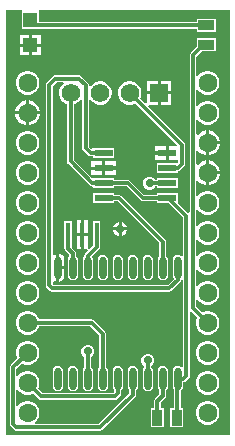
<source format=gbr>
%TF.GenerationSoftware,Altium Limited,Altium Designer,23.7.1 (13)*%
G04 Layer_Physical_Order=1*
G04 Layer_Color=255*
%FSLAX45Y45*%
%MOMM*%
%TF.SameCoordinates,324F84FA-45DE-4E37-BCC6-85F6FB8D9206*%
%TF.FilePolarity,Positive*%
%TF.FileFunction,Copper,L1,Top,Signal*%
%TF.Part,Single*%
G01*
G75*
%TA.AperFunction,SMDPad,CuDef*%
%ADD10R,1.20000X1.20000*%
%ADD11R,1.35000X0.85000*%
%ADD12R,0.85000X1.35000*%
%ADD13R,0.40000X2.00000*%
G04:AMPARAMS|DCode=14|XSize=1.9mm|YSize=0.6mm|CornerRadius=0.3mm|HoleSize=0mm|Usage=FLASHONLY|Rotation=270.000|XOffset=0mm|YOffset=0mm|HoleType=Round|Shape=RoundedRectangle|*
%AMROUNDEDRECTD14*
21,1,1.90000,0.00000,0,0,270.0*
21,1,1.30000,0.60000,0,0,270.0*
1,1,0.60000,0.00000,-0.65000*
1,1,0.60000,0.00000,0.65000*
1,1,0.60000,0.00000,0.65000*
1,1,0.60000,0.00000,-0.65000*
%
%ADD14ROUNDEDRECTD14*%
%ADD15R,1.55000X0.60000*%
%TA.AperFunction,Conductor*%
%ADD16C,0.30480*%
%TA.AperFunction,ComponentPad*%
%ADD17C,1.60000*%
%ADD18R,1.57500X1.57500*%
%ADD19C,1.57500*%
%TA.AperFunction,ViaPad*%
%ADD20C,0.70000*%
G36*
X5650000Y2900000D02*
X3750000D01*
Y6500000D01*
X3886334D01*
X3887300Y6487700D01*
X3887300Y6487300D01*
Y6342300D01*
X4032700D01*
Y6344011D01*
X5369799D01*
Y6317299D01*
X5530199D01*
Y6427699D01*
X5369799D01*
Y6400986D01*
X4032700D01*
Y6487300D01*
X4032700Y6487700D01*
X4033665Y6500000D01*
X5650000D01*
Y2900000D01*
D02*
G37*
%LPC*%
G36*
X4045400Y6290398D02*
X3972700D01*
Y6217697D01*
X4045400D01*
Y6290398D01*
D02*
G37*
G36*
X3947300D02*
X3874600D01*
Y6217697D01*
X3947300D01*
Y6290398D01*
D02*
G37*
G36*
X4045400Y6192297D02*
X3972700D01*
Y6119598D01*
X4045400D01*
Y6192297D01*
D02*
G37*
G36*
X3947300D02*
X3874600D01*
Y6119598D01*
X3947300D01*
Y6192297D01*
D02*
G37*
G36*
X5154153Y5904148D02*
X5062703D01*
Y5812699D01*
X5154153D01*
Y5904148D01*
D02*
G37*
G36*
X5037303D02*
X4945853D01*
Y5812699D01*
X5037303D01*
Y5904148D01*
D02*
G37*
G36*
X3948665Y5984500D02*
X3922335D01*
X3896902Y5977685D01*
X3874099Y5964520D01*
X3855480Y5945901D01*
X3842315Y5923098D01*
X3835500Y5897665D01*
Y5871335D01*
X3842315Y5845902D01*
X3855480Y5823099D01*
X3874099Y5804480D01*
X3896902Y5791315D01*
X3922335Y5784500D01*
X3948665D01*
X3974098Y5791315D01*
X3996901Y5804480D01*
X4015520Y5823099D01*
X4028685Y5845902D01*
X4035500Y5871335D01*
Y5897665D01*
X4028685Y5923098D01*
X4015520Y5945901D01*
X3996901Y5964520D01*
X3974098Y5977685D01*
X3948665Y5984500D01*
D02*
G37*
G36*
X5530199Y6262700D02*
X5369799D01*
Y6192588D01*
X5316396Y6139185D01*
X5310221Y6129943D01*
X5308052Y6119041D01*
X5308053Y6119040D01*
Y4787955D01*
X5295353Y4782695D01*
X5210200Y4867848D01*
Y4952200D01*
X5029800D01*
Y4937987D01*
X4924160D01*
X4805504Y5056644D01*
X4796262Y5062819D01*
X4785360Y5064988D01*
X4785359Y5064987D01*
X4670201D01*
Y5079200D01*
X4489801D01*
Y5079200D01*
X4482760Y5076284D01*
X4328489Y5230555D01*
Y5705398D01*
X4338118Y5707978D01*
X4360635Y5720979D01*
X4379021Y5739365D01*
X4386033Y5751509D01*
X4398733Y5748106D01*
Y5333681D01*
X4398732Y5333680D01*
X4400901Y5322778D01*
X4407076Y5313536D01*
X4450256Y5270357D01*
X4450256Y5270356D01*
X4459498Y5264181D01*
X4470400Y5262013D01*
X4489801D01*
Y5247800D01*
X4670201D01*
Y5333200D01*
X4489801D01*
Y5329347D01*
X4477101Y5324086D01*
X4455707Y5345480D01*
Y5740415D01*
X4468407Y5743819D01*
X4470979Y5739365D01*
X4489365Y5720979D01*
X4511883Y5707978D01*
X4536998Y5701249D01*
X4562999D01*
X4588115Y5707978D01*
X4610632Y5720979D01*
X4629018Y5739365D01*
X4642019Y5761883D01*
X4648748Y5786998D01*
Y5812999D01*
X4642019Y5838115D01*
X4629018Y5860632D01*
X4610632Y5879018D01*
X4588115Y5892019D01*
X4562999Y5898748D01*
X4536998D01*
X4511883Y5892019D01*
X4489365Y5879018D01*
X4470979Y5860632D01*
X4468407Y5856179D01*
X4455707Y5859582D01*
Y5862319D01*
X4455708Y5862320D01*
X4453539Y5873222D01*
X4447364Y5882464D01*
X4447363Y5882464D01*
X4388944Y5940884D01*
X4379702Y5947059D01*
X4368800Y5949228D01*
X4368799Y5949227D01*
X4170740D01*
X4159838Y5947059D01*
X4150596Y5940884D01*
X4150596Y5940883D01*
X4099736Y5890024D01*
X4093561Y5880782D01*
X4091392Y5869880D01*
X4091393Y5869879D01*
Y4170681D01*
X4091392Y4170680D01*
X4093561Y4159778D01*
X4099736Y4150536D01*
X4125136Y4125137D01*
X4125136Y4125136D01*
X4134378Y4118961D01*
X4145280Y4116793D01*
X5136879D01*
X5136881Y4116792D01*
X5147782Y4118961D01*
X5157024Y4125136D01*
X5228144Y4196256D01*
X5228144Y4196256D01*
X5234320Y4205498D01*
X5235828Y4213079D01*
X5239473Y4216244D01*
X5250193Y4211883D01*
X5252173Y4209681D01*
Y3478607D01*
X5239473Y3474755D01*
X5238786Y3475783D01*
X5224661Y3485221D01*
X5208001Y3488535D01*
X5191340Y3485221D01*
X5177216Y3475783D01*
X5167778Y3461659D01*
X5164464Y3444998D01*
Y3314998D01*
X5167778Y3298338D01*
X5175513Y3286763D01*
Y3130202D01*
X5144800D01*
Y2969802D01*
X5255200D01*
Y3130202D01*
X5232488D01*
Y3280005D01*
X5238786Y3284214D01*
X5248223Y3298338D01*
X5251537Y3314998D01*
Y3338088D01*
X5255260Y3349712D01*
X5266162Y3351881D01*
X5275404Y3358056D01*
X5300803Y3383456D01*
X5300804Y3383456D01*
X5306979Y3392698D01*
X5309147Y3403600D01*
Y3944605D01*
X5321847Y3949866D01*
X5371549Y3900164D01*
X5366315Y3891098D01*
X5359500Y3865665D01*
Y3839335D01*
X5366315Y3813902D01*
X5379480Y3791099D01*
X5398099Y3772480D01*
X5420902Y3759315D01*
X5446335Y3752500D01*
X5472665D01*
X5498098Y3759315D01*
X5520901Y3772480D01*
X5539520Y3791099D01*
X5552685Y3813902D01*
X5559500Y3839335D01*
Y3865665D01*
X5552685Y3891098D01*
X5539520Y3913901D01*
X5520901Y3932520D01*
X5498098Y3945685D01*
X5472665Y3952500D01*
X5446335D01*
X5420902Y3945685D01*
X5411837Y3940451D01*
X5365027Y3987261D01*
Y4044732D01*
X5377727Y4048135D01*
X5379480Y4045099D01*
X5398099Y4026480D01*
X5420902Y4013315D01*
X5446335Y4006500D01*
X5472665D01*
X5498098Y4013315D01*
X5520901Y4026480D01*
X5539520Y4045099D01*
X5552685Y4067902D01*
X5559500Y4093335D01*
Y4119665D01*
X5552685Y4145098D01*
X5539520Y4167901D01*
X5520901Y4186520D01*
X5498098Y4199685D01*
X5472665Y4206500D01*
X5446335D01*
X5420902Y4199685D01*
X5398099Y4186520D01*
X5379480Y4167901D01*
X5377727Y4164865D01*
X5365027Y4168268D01*
Y4298732D01*
X5377727Y4302135D01*
X5379480Y4299099D01*
X5398099Y4280480D01*
X5420902Y4267315D01*
X5446335Y4260500D01*
X5472665D01*
X5498098Y4267315D01*
X5520901Y4280480D01*
X5539520Y4299099D01*
X5552685Y4321902D01*
X5559500Y4347335D01*
Y4373665D01*
X5552685Y4399098D01*
X5539520Y4421901D01*
X5520901Y4440520D01*
X5498098Y4453685D01*
X5472665Y4460500D01*
X5446335D01*
X5420902Y4453685D01*
X5398099Y4440520D01*
X5379480Y4421901D01*
X5377727Y4418865D01*
X5365027Y4422268D01*
Y4552732D01*
X5377727Y4556135D01*
X5379480Y4553099D01*
X5398099Y4534480D01*
X5420902Y4521315D01*
X5446335Y4514500D01*
X5472665D01*
X5498098Y4521315D01*
X5520901Y4534480D01*
X5539520Y4553099D01*
X5552685Y4575902D01*
X5559500Y4601335D01*
Y4627665D01*
X5552685Y4653098D01*
X5539520Y4675901D01*
X5520901Y4694520D01*
X5498098Y4707685D01*
X5472665Y4714500D01*
X5446335D01*
X5420902Y4707685D01*
X5398099Y4694520D01*
X5379480Y4675901D01*
X5377727Y4672865D01*
X5365027Y4676268D01*
Y4806732D01*
X5377727Y4810135D01*
X5379480Y4807099D01*
X5398099Y4788480D01*
X5420902Y4775315D01*
X5446335Y4768500D01*
X5472665D01*
X5498098Y4775315D01*
X5520901Y4788480D01*
X5539520Y4807099D01*
X5552685Y4829902D01*
X5559500Y4855335D01*
Y4881665D01*
X5552685Y4907098D01*
X5539520Y4929901D01*
X5520901Y4948520D01*
X5498098Y4961685D01*
X5472665Y4968500D01*
X5446335D01*
X5420902Y4961685D01*
X5398099Y4948520D01*
X5379480Y4929901D01*
X5377727Y4926865D01*
X5365027Y4930268D01*
Y5051582D01*
X5377727Y5055214D01*
X5394783Y5038159D01*
X5418817Y5024283D01*
X5445624Y5017100D01*
X5446800D01*
Y5122501D01*
Y5227900D01*
X5445624D01*
X5418817Y5220717D01*
X5394783Y5206841D01*
X5377727Y5189786D01*
X5365027Y5193418D01*
Y5305582D01*
X5377727Y5309214D01*
X5394783Y5292159D01*
X5418817Y5278283D01*
X5445624Y5271100D01*
X5446800D01*
Y5376501D01*
Y5481900D01*
X5445624D01*
X5418817Y5474717D01*
X5394783Y5460841D01*
X5377727Y5443786D01*
X5365027Y5447418D01*
Y5568732D01*
X5377727Y5572135D01*
X5379480Y5569099D01*
X5398099Y5550480D01*
X5420902Y5537315D01*
X5446335Y5530500D01*
X5472665D01*
X5498098Y5537315D01*
X5520901Y5550480D01*
X5539520Y5569099D01*
X5552685Y5591902D01*
X5559500Y5617335D01*
Y5643665D01*
X5552685Y5669098D01*
X5539520Y5691901D01*
X5520901Y5710520D01*
X5498098Y5723685D01*
X5472665Y5730500D01*
X5446335D01*
X5420902Y5723685D01*
X5398099Y5710520D01*
X5379480Y5691901D01*
X5377727Y5688865D01*
X5365027Y5692268D01*
Y5822732D01*
X5377727Y5826135D01*
X5379480Y5823099D01*
X5398099Y5804480D01*
X5420902Y5791315D01*
X5446335Y5784500D01*
X5472665D01*
X5498098Y5791315D01*
X5520901Y5804480D01*
X5539520Y5823099D01*
X5552685Y5845902D01*
X5559500Y5871335D01*
Y5897665D01*
X5552685Y5923098D01*
X5539520Y5945901D01*
X5520901Y5964520D01*
X5498098Y5977685D01*
X5472665Y5984500D01*
X5446335D01*
X5420902Y5977685D01*
X5398099Y5964520D01*
X5379480Y5945901D01*
X5377727Y5942865D01*
X5365027Y5946268D01*
Y6107241D01*
X5410087Y6152300D01*
X5530199D01*
Y6262700D01*
D02*
G37*
G36*
X5154153Y5787299D02*
X5062703D01*
Y5695849D01*
X5154153D01*
Y5787299D01*
D02*
G37*
G36*
X3949376Y5735900D02*
X3948200D01*
Y5643201D01*
X4040900D01*
Y5644376D01*
X4033717Y5671183D01*
X4019841Y5695217D01*
X4000217Y5714841D01*
X3976183Y5728717D01*
X3949376Y5735900D01*
D02*
G37*
G36*
X3922800D02*
X3921624D01*
X3894817Y5728717D01*
X3870783Y5714841D01*
X3851159Y5695217D01*
X3837283Y5671183D01*
X3830100Y5644376D01*
Y5643201D01*
X3922800D01*
Y5735900D01*
D02*
G37*
G36*
X4040900Y5617801D02*
X3948200D01*
Y5525100D01*
X3949376D01*
X3976183Y5532283D01*
X4000217Y5546159D01*
X4019841Y5565783D01*
X4033717Y5589817D01*
X4040900Y5616624D01*
Y5617801D01*
D02*
G37*
G36*
X3922800D02*
X3830100D01*
Y5616624D01*
X3837283Y5589817D01*
X3851159Y5565783D01*
X3870783Y5546159D01*
X3894817Y5532283D01*
X3921624Y5525100D01*
X3922800D01*
Y5617801D01*
D02*
G37*
G36*
X5473376Y5481900D02*
X5472200D01*
Y5389201D01*
X5564900D01*
Y5390376D01*
X5557717Y5417183D01*
X5543841Y5441217D01*
X5524217Y5460841D01*
X5500183Y5474717D01*
X5473376Y5481900D01*
D02*
G37*
G36*
X5107300Y5345900D02*
X5017100D01*
Y5303200D01*
X5107300D01*
Y5345900D01*
D02*
G37*
G36*
X3948665Y5476500D02*
X3922335D01*
X3896902Y5469685D01*
X3874099Y5456520D01*
X3855480Y5437901D01*
X3842315Y5415098D01*
X3835500Y5389665D01*
Y5363335D01*
X3842315Y5337902D01*
X3855480Y5315099D01*
X3874099Y5296480D01*
X3896902Y5283315D01*
X3922335Y5276500D01*
X3948665D01*
X3974098Y5283315D01*
X3996901Y5296480D01*
X4015520Y5315099D01*
X4028685Y5337902D01*
X4035500Y5363335D01*
Y5389665D01*
X4028685Y5415098D01*
X4015520Y5437901D01*
X3996901Y5456520D01*
X3974098Y5469685D01*
X3948665Y5476500D01*
D02*
G37*
G36*
X5564900Y5363801D02*
X5472200D01*
Y5271100D01*
X5473376D01*
X5500183Y5278283D01*
X5524217Y5292159D01*
X5543841Y5311783D01*
X5557717Y5335817D01*
X5564900Y5362624D01*
Y5363801D01*
D02*
G37*
G36*
X5107300Y5277800D02*
X5017100D01*
Y5235100D01*
X5107300D01*
Y5277800D01*
D02*
G37*
G36*
X4682901Y5218900D02*
X4592701D01*
Y5176200D01*
X4682901D01*
Y5218900D01*
D02*
G37*
G36*
X4567301D02*
X4477101D01*
Y5176200D01*
X4567301D01*
Y5218900D01*
D02*
G37*
G36*
X5473376Y5227900D02*
X5472200D01*
Y5135201D01*
X5564900D01*
Y5136376D01*
X5557717Y5163183D01*
X5543841Y5187217D01*
X5524217Y5206841D01*
X5500183Y5220717D01*
X5473376Y5227900D01*
D02*
G37*
G36*
X4813001Y5898748D02*
X4787000D01*
X4761885Y5892019D01*
X4739367Y5879018D01*
X4720981Y5860632D01*
X4707980Y5838115D01*
X4701251Y5812999D01*
Y5786998D01*
X4707980Y5761883D01*
X4720981Y5739365D01*
X4739367Y5720979D01*
X4761885Y5707978D01*
X4787000Y5701249D01*
X4813001D01*
X4838117Y5707978D01*
X4846749Y5712962D01*
X5201112Y5358600D01*
X5195851Y5345900D01*
X5132700D01*
Y5290500D01*
Y5235100D01*
X5211533D01*
Y5208320D01*
X5209413Y5206200D01*
X5029800D01*
Y5120800D01*
X5210200D01*
Y5135649D01*
X5217902Y5137181D01*
X5227144Y5143356D01*
X5260163Y5176376D01*
X5260164Y5176376D01*
X5266339Y5185618D01*
X5268508Y5196520D01*
X5268507Y5196521D01*
Y5359978D01*
X5268508Y5359979D01*
X5266339Y5370881D01*
X5260164Y5380123D01*
X4957138Y5683149D01*
X4962399Y5695849D01*
X5037303D01*
Y5787299D01*
X4945853D01*
Y5712394D01*
X4933153Y5707134D01*
X4887037Y5753250D01*
X4892021Y5761883D01*
X4898750Y5786998D01*
Y5812999D01*
X4892021Y5838115D01*
X4879020Y5860632D01*
X4860634Y5879018D01*
X4838117Y5892019D01*
X4813001Y5898748D01*
D02*
G37*
G36*
X4682901Y5150800D02*
X4592701D01*
Y5108100D01*
X4682901D01*
Y5150800D01*
D02*
G37*
G36*
X4567301D02*
X4477101D01*
Y5108100D01*
X4567301D01*
Y5150800D01*
D02*
G37*
G36*
X3948665Y5222500D02*
X3922335D01*
X3896902Y5215685D01*
X3874099Y5202520D01*
X3855480Y5183901D01*
X3842315Y5161098D01*
X3835500Y5135665D01*
Y5109335D01*
X3842315Y5083902D01*
X3855480Y5061099D01*
X3874099Y5042480D01*
X3896902Y5029315D01*
X3922335Y5022500D01*
X3948665D01*
X3974098Y5029315D01*
X3996901Y5042480D01*
X4015520Y5061099D01*
X4028685Y5083902D01*
X4035500Y5109335D01*
Y5135665D01*
X4028685Y5161098D01*
X4015520Y5183901D01*
X3996901Y5202520D01*
X3974098Y5215685D01*
X3948665Y5222500D01*
D02*
G37*
G36*
X5564900Y5109801D02*
X5472200D01*
Y5017100D01*
X5473376D01*
X5500183Y5024283D01*
X5524217Y5038159D01*
X5543841Y5057783D01*
X5557717Y5081817D01*
X5564900Y5108624D01*
Y5109801D01*
D02*
G37*
G36*
X4979180Y5091500D02*
X4957300D01*
X4937085Y5083126D01*
X4921613Y5067655D01*
X4913240Y5047440D01*
Y5025560D01*
X4921613Y5005345D01*
X4937085Y4989873D01*
X4957300Y4981500D01*
X4979180D01*
X4999395Y4989873D01*
X5014867Y5005345D01*
X5015971Y5008013D01*
X5029800D01*
Y4993800D01*
X5210200D01*
Y5079200D01*
X5029800D01*
Y5064987D01*
X5015971D01*
X5014867Y5067655D01*
X4999395Y5083126D01*
X4979180Y5091500D01*
D02*
G37*
G36*
X3948665Y4968500D02*
X3922335D01*
X3896902Y4961685D01*
X3874099Y4948520D01*
X3855480Y4929901D01*
X3842315Y4907098D01*
X3835500Y4881665D01*
Y4855335D01*
X3842315Y4829902D01*
X3855480Y4807099D01*
X3874099Y4788480D01*
X3896902Y4775315D01*
X3922335Y4768500D01*
X3948665D01*
X3974098Y4775315D01*
X3996901Y4788480D01*
X4015520Y4807099D01*
X4028685Y4829902D01*
X4035500Y4855335D01*
Y4881665D01*
X4028685Y4907098D01*
X4015520Y4929901D01*
X3996901Y4948520D01*
X3974098Y4961685D01*
X3948665Y4968500D01*
D02*
G37*
G36*
Y4714500D02*
X3922335D01*
X3896902Y4707685D01*
X3874099Y4694520D01*
X3855480Y4675901D01*
X3842315Y4653098D01*
X3835500Y4627665D01*
Y4601335D01*
X3842315Y4575902D01*
X3855480Y4553099D01*
X3874099Y4534480D01*
X3896902Y4521315D01*
X3922335Y4514500D01*
X3948665D01*
X3974098Y4521315D01*
X3996901Y4534480D01*
X4015520Y4553099D01*
X4028685Y4575902D01*
X4035500Y4601335D01*
Y4627665D01*
X4028685Y4653098D01*
X4015520Y4675901D01*
X3996901Y4694520D01*
X3974098Y4707685D01*
X3948665Y4714500D01*
D02*
G37*
G36*
Y4460500D02*
X3922335D01*
X3896902Y4453685D01*
X3874099Y4440520D01*
X3855480Y4421901D01*
X3842315Y4399098D01*
X3835500Y4373665D01*
Y4347335D01*
X3842315Y4321902D01*
X3855480Y4299099D01*
X3874099Y4280480D01*
X3896902Y4267315D01*
X3922335Y4260500D01*
X3948665D01*
X3974098Y4267315D01*
X3996901Y4280480D01*
X4015520Y4299099D01*
X4028685Y4321902D01*
X4035500Y4347335D01*
Y4373665D01*
X4028685Y4399098D01*
X4015520Y4421901D01*
X3996901Y4440520D01*
X3974098Y4453685D01*
X3948665Y4460500D01*
D02*
G37*
G36*
Y4206500D02*
X3922335D01*
X3896902Y4199685D01*
X3874099Y4186520D01*
X3855480Y4167901D01*
X3842315Y4145098D01*
X3835500Y4119665D01*
Y4093335D01*
X3842315Y4067902D01*
X3855480Y4045099D01*
X3874099Y4026480D01*
X3896902Y4013315D01*
X3922335Y4006500D01*
X3948665D01*
X3974098Y4013315D01*
X3996901Y4026480D01*
X4015520Y4045099D01*
X4028685Y4067902D01*
X4035500Y4093335D01*
Y4119665D01*
X4028685Y4145098D01*
X4015520Y4167901D01*
X3996901Y4186520D01*
X3974098Y4199685D01*
X3948665Y4206500D01*
D02*
G37*
G36*
X5472665Y3698500D02*
X5446335D01*
X5420902Y3691685D01*
X5398099Y3678520D01*
X5379480Y3659901D01*
X5366315Y3637098D01*
X5359500Y3611665D01*
Y3585335D01*
X5366315Y3559902D01*
X5379480Y3537099D01*
X5398099Y3518480D01*
X5420902Y3505315D01*
X5446335Y3498500D01*
X5472665D01*
X5498098Y3505315D01*
X5520901Y3518480D01*
X5539520Y3537099D01*
X5552685Y3559902D01*
X5559500Y3585335D01*
Y3611665D01*
X5552685Y3637098D01*
X5539520Y3659901D01*
X5520901Y3678520D01*
X5498098Y3691685D01*
X5472665Y3698500D01*
D02*
G37*
G36*
X3948665D02*
X3922335D01*
X3896902Y3691685D01*
X3874099Y3678520D01*
X3855480Y3659901D01*
X3842315Y3637098D01*
X3835500Y3611665D01*
Y3585335D01*
X3842315Y3559902D01*
X3847550Y3550835D01*
X3792396Y3495682D01*
X3786221Y3486440D01*
X3784052Y3475538D01*
X3784053Y3475537D01*
Y2997201D01*
X3784052Y2997200D01*
X3786221Y2986298D01*
X3792396Y2977056D01*
X3820336Y2949117D01*
X3820336Y2949116D01*
X3829578Y2942941D01*
X3840480Y2940773D01*
X4551679D01*
X4551680Y2940772D01*
X4562582Y2942941D01*
X4571824Y2949116D01*
X4847144Y3224437D01*
X4847144Y3224437D01*
X4853320Y3233679D01*
X4855488Y3244581D01*
X4855488Y3244582D01*
Y3282678D01*
X4857786Y3284214D01*
X4867223Y3298338D01*
X4870537Y3314998D01*
Y3444998D01*
X4867223Y3461659D01*
X4857786Y3475783D01*
X4843661Y3485221D01*
X4827001Y3488535D01*
X4810340Y3485221D01*
X4796216Y3475783D01*
X4786778Y3461659D01*
X4783464Y3444998D01*
Y3314998D01*
X4786778Y3298338D01*
X4796216Y3284214D01*
X4798513Y3282678D01*
Y3256381D01*
X4539880Y2997747D01*
X3999382D01*
X3996094Y3010015D01*
X3996901Y3010480D01*
X4015520Y3029099D01*
X4028685Y3051902D01*
X4035500Y3077335D01*
Y3103665D01*
X4028685Y3129098D01*
X4015520Y3151901D01*
X3996901Y3170520D01*
X3974098Y3183685D01*
X3948665Y3190500D01*
X3922335D01*
X3896902Y3183685D01*
X3874099Y3170520D01*
X3855480Y3151901D01*
X3853727Y3148865D01*
X3841027Y3152268D01*
Y3282732D01*
X3853727Y3286135D01*
X3855480Y3283099D01*
X3874099Y3264480D01*
X3896902Y3251315D01*
X3922335Y3244500D01*
X3948665D01*
X3974098Y3251315D01*
X3983164Y3256549D01*
X4030516Y3209198D01*
X4030516Y3209197D01*
X4039758Y3203022D01*
X4050660Y3200853D01*
X4050661Y3200853D01*
X4673599D01*
X4673600Y3200853D01*
X4684502Y3203022D01*
X4693744Y3209197D01*
X4720144Y3235597D01*
X4720144Y3235598D01*
X4726320Y3244840D01*
X4728488Y3255742D01*
Y3282678D01*
X4730786Y3284214D01*
X4740223Y3298338D01*
X4743537Y3314998D01*
Y3444998D01*
X4740223Y3461659D01*
X4730786Y3475783D01*
X4716661Y3485221D01*
X4700001Y3488535D01*
X4683340Y3485221D01*
X4669216Y3475783D01*
X4659778Y3461659D01*
X4656464Y3444998D01*
Y3314998D01*
X4659778Y3298338D01*
X4669216Y3284214D01*
X4671513Y3282678D01*
Y3267541D01*
X4661800Y3257828D01*
X4062460D01*
X4023451Y3296837D01*
X4028685Y3305902D01*
X4035500Y3331335D01*
Y3357665D01*
X4028685Y3383098D01*
X4015520Y3405901D01*
X3996901Y3424520D01*
X3974098Y3437685D01*
X3948665Y3444500D01*
X3922335D01*
X3896902Y3437685D01*
X3874099Y3424520D01*
X3855480Y3405901D01*
X3853727Y3402865D01*
X3841027Y3406268D01*
Y3463738D01*
X3887838Y3510548D01*
X3896902Y3505315D01*
X3922335Y3498500D01*
X3948665D01*
X3974098Y3505315D01*
X3996901Y3518480D01*
X4015520Y3537099D01*
X4028685Y3559902D01*
X4035500Y3585335D01*
Y3611665D01*
X4028685Y3637098D01*
X4015520Y3659901D01*
X3996901Y3678520D01*
X3974098Y3691685D01*
X3948665Y3698500D01*
D02*
G37*
G36*
X4964941Y3590680D02*
X4943061D01*
X4922846Y3582307D01*
X4907374Y3566835D01*
X4899001Y3546620D01*
Y3524740D01*
X4907374Y3504525D01*
X4922846Y3489053D01*
X4923340Y3488849D01*
X4923863Y3476215D01*
X4923216Y3475783D01*
X4913778Y3461659D01*
X4910464Y3444998D01*
Y3314998D01*
X4913778Y3298338D01*
X4923216Y3284214D01*
X4937340Y3274776D01*
X4954001Y3271462D01*
X4970661Y3274776D01*
X4984786Y3284214D01*
X4994223Y3298338D01*
X4997537Y3314998D01*
Y3444998D01*
X4994223Y3461659D01*
X4984786Y3475783D01*
X4984139Y3476215D01*
X4984662Y3488849D01*
X4985156Y3489053D01*
X5000627Y3504525D01*
X5009001Y3524740D01*
Y3546620D01*
X5000627Y3566835D01*
X4985156Y3582307D01*
X4964941Y3590680D01*
D02*
G37*
G36*
X3948665Y3952500D02*
X3922335D01*
X3896902Y3945685D01*
X3874099Y3932520D01*
X3855480Y3913901D01*
X3842315Y3891098D01*
X3835500Y3865665D01*
Y3839335D01*
X3842315Y3813902D01*
X3855480Y3791099D01*
X3874099Y3772480D01*
X3896902Y3759315D01*
X3922335Y3752500D01*
X3948665D01*
X3974098Y3759315D01*
X3996901Y3772480D01*
X4015520Y3791099D01*
X4028685Y3813902D01*
X4031394Y3824012D01*
X4465701D01*
X4544513Y3745200D01*
Y3477318D01*
X4542216Y3475783D01*
X4532778Y3461659D01*
X4529464Y3444998D01*
Y3314998D01*
X4532778Y3298338D01*
X4542216Y3284214D01*
X4556340Y3274776D01*
X4573001Y3271462D01*
X4589661Y3274776D01*
X4603786Y3284214D01*
X4613223Y3298338D01*
X4616537Y3314998D01*
Y3444998D01*
X4613223Y3461659D01*
X4603786Y3475783D01*
X4601488Y3477318D01*
Y3756998D01*
X4601488Y3756999D01*
X4599320Y3767901D01*
X4593144Y3777143D01*
X4593144Y3777144D01*
X4497645Y3872643D01*
X4488403Y3878818D01*
X4477501Y3880987D01*
X4477500Y3880987D01*
X4031394D01*
X4028685Y3891098D01*
X4015520Y3913901D01*
X3996901Y3932520D01*
X3974098Y3945685D01*
X3948665Y3952500D01*
D02*
G37*
G36*
X4456941Y3666880D02*
X4435061D01*
X4414846Y3658507D01*
X4399374Y3643035D01*
X4391001Y3622820D01*
Y3600940D01*
X4399374Y3580725D01*
X4414846Y3565253D01*
X4417513Y3564149D01*
Y3477318D01*
X4415216Y3475783D01*
X4405778Y3461659D01*
X4402464Y3444998D01*
Y3314998D01*
X4405778Y3298338D01*
X4415216Y3284214D01*
X4429340Y3274776D01*
X4446001Y3271462D01*
X4462661Y3274776D01*
X4476786Y3284214D01*
X4486223Y3298338D01*
X4489537Y3314998D01*
Y3444998D01*
X4486223Y3461659D01*
X4476786Y3475783D01*
X4474488Y3477318D01*
Y3564149D01*
X4477156Y3565253D01*
X4492627Y3580725D01*
X4501001Y3600940D01*
Y3622820D01*
X4492627Y3643035D01*
X4477156Y3658507D01*
X4456941Y3666880D01*
D02*
G37*
G36*
X4319001Y3488535D02*
X4302340Y3485221D01*
X4288216Y3475783D01*
X4278778Y3461659D01*
X4275464Y3444998D01*
Y3314998D01*
X4278778Y3298338D01*
X4288216Y3284214D01*
X4302340Y3274776D01*
X4319001Y3271462D01*
X4335661Y3274776D01*
X4349786Y3284214D01*
X4359223Y3298338D01*
X4362537Y3314998D01*
Y3444998D01*
X4359223Y3461659D01*
X4349786Y3475783D01*
X4335661Y3485221D01*
X4319001Y3488535D01*
D02*
G37*
G36*
X4192001D02*
X4175340Y3485221D01*
X4161216Y3475783D01*
X4151778Y3461659D01*
X4148464Y3444998D01*
Y3314998D01*
X4151778Y3298338D01*
X4161216Y3284214D01*
X4175340Y3274776D01*
X4192001Y3271462D01*
X4208661Y3274776D01*
X4222786Y3284214D01*
X4232223Y3298338D01*
X4235537Y3314998D01*
Y3444998D01*
X4232223Y3461659D01*
X4222786Y3475783D01*
X4208661Y3485221D01*
X4192001Y3488535D01*
D02*
G37*
G36*
X5472665Y3444500D02*
X5446335D01*
X5420902Y3437685D01*
X5398099Y3424520D01*
X5379480Y3405901D01*
X5366315Y3383098D01*
X5359500Y3357665D01*
Y3331335D01*
X5366315Y3305902D01*
X5379480Y3283099D01*
X5398099Y3264480D01*
X5420902Y3251315D01*
X5446335Y3244500D01*
X5472665D01*
X5498098Y3251315D01*
X5520901Y3264480D01*
X5539520Y3283099D01*
X5552685Y3305902D01*
X5559500Y3331335D01*
Y3357665D01*
X5552685Y3383098D01*
X5539520Y3405901D01*
X5520901Y3424520D01*
X5498098Y3437685D01*
X5472665Y3444500D01*
D02*
G37*
G36*
Y3190500D02*
X5446335D01*
X5420902Y3183685D01*
X5398099Y3170520D01*
X5379480Y3151901D01*
X5366315Y3129098D01*
X5359500Y3103665D01*
Y3077335D01*
X5366315Y3051902D01*
X5379480Y3029099D01*
X5398099Y3010480D01*
X5420902Y2997315D01*
X5446335Y2990500D01*
X5472665D01*
X5498098Y2997315D01*
X5520901Y3010480D01*
X5539520Y3029099D01*
X5552685Y3051902D01*
X5559500Y3077335D01*
Y3103665D01*
X5552685Y3129098D01*
X5539520Y3151901D01*
X5520901Y3170520D01*
X5498098Y3183685D01*
X5472665Y3190500D01*
D02*
G37*
G36*
X5081001Y3488535D02*
X5064340Y3485221D01*
X5050216Y3475783D01*
X5040778Y3461659D01*
X5037464Y3444998D01*
Y3314998D01*
X5040778Y3298338D01*
X5050216Y3284214D01*
X5052513Y3282678D01*
Y3248039D01*
X5014858Y3210384D01*
X5008682Y3201142D01*
X5006514Y3190240D01*
X5006514Y3190239D01*
Y3130202D01*
X4979801D01*
Y2969802D01*
X5090201D01*
Y3130202D01*
X5063489D01*
Y3178440D01*
X5101144Y3216096D01*
X5107320Y3225338D01*
X5109488Y3236239D01*
X5109488Y3236241D01*
Y3282678D01*
X5111786Y3284214D01*
X5121223Y3298338D01*
X5124537Y3314998D01*
Y3444998D01*
X5121223Y3461659D01*
X5111786Y3475783D01*
X5097661Y3485221D01*
X5081001Y3488535D01*
D02*
G37*
%LPD*%
G36*
X4240293Y5879553D02*
X4239368Y5879018D01*
X4220982Y5860632D01*
X4207981Y5838115D01*
X4201252Y5812999D01*
Y5786998D01*
X4207981Y5761883D01*
X4220982Y5739365D01*
X4239368Y5720979D01*
X4261886Y5707978D01*
X4271514Y5705398D01*
Y5218756D01*
X4271514Y5218755D01*
X4273683Y5207853D01*
X4279858Y5198611D01*
X4462112Y5016357D01*
X4462113Y5016356D01*
X4471355Y5010181D01*
X4482256Y5008012D01*
X4489801Y4998941D01*
Y4993800D01*
X4670201D01*
Y5008013D01*
X4773560D01*
X4892216Y4889357D01*
X4892216Y4889356D01*
X4901458Y4883181D01*
X4912360Y4881012D01*
X4912361Y4881013D01*
X5029800D01*
Y4866800D01*
X5130672D01*
X5252173Y4745300D01*
Y4418611D01*
X5239473Y4414758D01*
X5238786Y4415786D01*
X5224661Y4425224D01*
X5208001Y4428538D01*
X5191340Y4425224D01*
X5177216Y4415786D01*
X5167778Y4401662D01*
X5164464Y4385001D01*
Y4255002D01*
X5167778Y4238341D01*
X5176541Y4225227D01*
X5125081Y4173767D01*
X4157080D01*
X4148367Y4182480D01*
Y4202253D01*
X4161067Y4209042D01*
X4170385Y4202816D01*
X4179301Y4201043D01*
Y4320002D01*
Y4438960D01*
X4170385Y4437187D01*
X4161067Y4430961D01*
X4148367Y4437750D01*
Y5858080D01*
X4182540Y5892253D01*
X4236890D01*
X4240293Y5879553D01*
D02*
G37*
%LPC*%
G36*
X4732700Y4710116D02*
Y4662700D01*
X4780116D01*
X4771205Y4684214D01*
X4754214Y4701205D01*
X4732700Y4710116D01*
D02*
G37*
G36*
X4707300D02*
X4685786Y4701205D01*
X4668795Y4684214D01*
X4659884Y4662700D01*
X4707300D01*
Y4710116D01*
D02*
G37*
G36*
X4445401Y4725401D02*
X4412701D01*
Y4612701D01*
X4445401D01*
Y4725401D01*
D02*
G37*
G36*
X4387301D02*
X4354601D01*
Y4612701D01*
X4387301D01*
Y4725401D01*
D02*
G37*
G36*
X4780116Y4637300D02*
X4732700D01*
Y4589884D01*
X4754214Y4598795D01*
X4771205Y4615786D01*
X4780116Y4637300D01*
D02*
G37*
G36*
X4707300D02*
X4659884D01*
X4668795Y4615786D01*
X4685786Y4598795D01*
X4707300Y4589884D01*
Y4637300D01*
D02*
G37*
G36*
X4387301Y4587301D02*
X4354601D01*
Y4474601D01*
X4387301D01*
Y4587301D01*
D02*
G37*
G36*
X4552701Y4712701D02*
X4487301D01*
Y4503728D01*
X4458050Y4474476D01*
X4445402Y4479789D01*
X4445401Y4485977D01*
Y4587301D01*
X4412701D01*
Y4474601D01*
X4434026D01*
X4440213Y4474600D01*
X4445526Y4461952D01*
X4425857Y4442284D01*
X4419682Y4433042D01*
X4417513Y4422140D01*
X4417513Y4422139D01*
Y4417321D01*
X4415216Y4415786D01*
X4405778Y4401662D01*
X4402464Y4385001D01*
Y4255002D01*
X4405778Y4238341D01*
X4415216Y4224217D01*
X4429340Y4214779D01*
X4446001Y4211465D01*
X4462661Y4214779D01*
X4476786Y4224217D01*
X4486223Y4238341D01*
X4489537Y4255002D01*
Y4385001D01*
X4486223Y4401662D01*
X4478047Y4413899D01*
X4540145Y4475997D01*
X4546320Y4485239D01*
X4546730Y4487301D01*
X4552701D01*
Y4712701D01*
D02*
G37*
G36*
X4204701Y4438960D02*
Y4332702D01*
X4248486D01*
Y4385001D01*
X4244186Y4406617D01*
X4231942Y4424943D01*
X4213617Y4437187D01*
X4204701Y4438960D01*
D02*
G37*
G36*
X4670201Y4952200D02*
X4489801D01*
Y4866800D01*
X4670201D01*
Y4881013D01*
X4698700D01*
X5052513Y4527199D01*
Y4417321D01*
X5050216Y4415786D01*
X5040778Y4401662D01*
X5037464Y4385001D01*
Y4255002D01*
X5040778Y4238341D01*
X5050216Y4224217D01*
X5064340Y4214779D01*
X5081001Y4211465D01*
X5097661Y4214779D01*
X5111786Y4224217D01*
X5121223Y4238341D01*
X5124537Y4255002D01*
Y4385001D01*
X5121223Y4401662D01*
X5111786Y4415786D01*
X5109488Y4417321D01*
Y4538999D01*
X5107320Y4549901D01*
X5101144Y4559143D01*
X5101144Y4559144D01*
X4730644Y4929644D01*
X4721402Y4935819D01*
X4710500Y4937988D01*
X4710499Y4937987D01*
X4670201D01*
Y4952200D01*
D02*
G37*
G36*
X4954001Y4428538D02*
X4937340Y4425224D01*
X4923216Y4415786D01*
X4913778Y4401662D01*
X4910464Y4385001D01*
Y4255002D01*
X4913778Y4238341D01*
X4923216Y4224217D01*
X4937340Y4214779D01*
X4954001Y4211465D01*
X4970661Y4214779D01*
X4984786Y4224217D01*
X4994223Y4238341D01*
X4997537Y4255002D01*
Y4385001D01*
X4994223Y4401662D01*
X4984786Y4415786D01*
X4970661Y4425224D01*
X4954001Y4428538D01*
D02*
G37*
G36*
X4827001D02*
X4810340Y4425224D01*
X4796216Y4415786D01*
X4786778Y4401662D01*
X4783464Y4385001D01*
Y4255002D01*
X4786778Y4238341D01*
X4796216Y4224217D01*
X4810340Y4214779D01*
X4827001Y4211465D01*
X4843661Y4214779D01*
X4857786Y4224217D01*
X4867223Y4238341D01*
X4870537Y4255002D01*
Y4385001D01*
X4867223Y4401662D01*
X4857786Y4415786D01*
X4843661Y4425224D01*
X4827001Y4428538D01*
D02*
G37*
G36*
X4700001D02*
X4683340Y4425224D01*
X4669216Y4415786D01*
X4659778Y4401662D01*
X4656464Y4385001D01*
Y4255002D01*
X4659778Y4238341D01*
X4669216Y4224217D01*
X4683340Y4214779D01*
X4700001Y4211465D01*
X4716661Y4214779D01*
X4730786Y4224217D01*
X4740223Y4238341D01*
X4743537Y4255002D01*
Y4385001D01*
X4740223Y4401662D01*
X4730786Y4415786D01*
X4716661Y4425224D01*
X4700001Y4428538D01*
D02*
G37*
G36*
X4573001D02*
X4556340Y4425224D01*
X4542216Y4415786D01*
X4532778Y4401662D01*
X4529464Y4385001D01*
Y4255002D01*
X4532778Y4238341D01*
X4542216Y4224217D01*
X4556340Y4214779D01*
X4573001Y4211465D01*
X4589661Y4214779D01*
X4603786Y4224217D01*
X4613223Y4238341D01*
X4616537Y4255002D01*
Y4385001D01*
X4613223Y4401662D01*
X4603786Y4415786D01*
X4589661Y4425224D01*
X4573001Y4428538D01*
D02*
G37*
G36*
X4312702Y4712701D02*
X4247302D01*
Y4487301D01*
X4247301D01*
X4251987Y4476542D01*
X4253683Y4468017D01*
X4259858Y4458775D01*
X4289542Y4429091D01*
X4288757Y4416148D01*
X4288216Y4415786D01*
X4278778Y4401662D01*
X4275464Y4385001D01*
Y4255002D01*
X4278778Y4238341D01*
X4288216Y4224217D01*
X4302340Y4214779D01*
X4319001Y4211465D01*
X4335661Y4214779D01*
X4349786Y4224217D01*
X4359223Y4238341D01*
X4362537Y4255002D01*
Y4385001D01*
X4359223Y4401662D01*
X4349786Y4415786D01*
X4347488Y4417321D01*
Y4439920D01*
X4345320Y4450822D01*
X4339144Y4460064D01*
X4339144Y4460064D01*
X4320671Y4478537D01*
X4312702Y4487301D01*
X4312702D01*
X4312702Y4487301D01*
Y4712701D01*
D02*
G37*
G36*
X4248486Y4307302D02*
X4204701D01*
Y4201043D01*
X4213617Y4202816D01*
X4231942Y4215060D01*
X4244186Y4233386D01*
X4248486Y4255002D01*
Y4307302D01*
D02*
G37*
%LPD*%
D10*
X3960000Y6415000D02*
D03*
Y6204998D02*
D03*
D11*
X5449999Y6207500D02*
D03*
Y6372499D02*
D03*
D12*
X5035001Y3050002D02*
D03*
X5200000D02*
D03*
D13*
X4520001Y4600001D02*
D03*
X4400001D02*
D03*
X4280002D02*
D03*
D14*
X5208001Y3379998D02*
D03*
X5081001D02*
D03*
X4954001D02*
D03*
X4827001D02*
D03*
X4700001D02*
D03*
X4573001D02*
D03*
X4446001D02*
D03*
X4319001D02*
D03*
X4192001D02*
D03*
Y4320002D02*
D03*
X4319001D02*
D03*
X4446001D02*
D03*
X4573001D02*
D03*
X4700001D02*
D03*
X4827001D02*
D03*
X4954001D02*
D03*
X5081001D02*
D03*
X5208001D02*
D03*
D15*
X5120000Y5290500D02*
D03*
Y5163500D02*
D03*
Y5036500D02*
D03*
Y4909500D02*
D03*
X4580001D02*
D03*
Y5036500D02*
D03*
Y5163500D02*
D03*
Y5290500D02*
D03*
D16*
X5336540Y3975461D02*
Y6119041D01*
Y3975461D02*
X5459501Y3852499D01*
X5336540Y6119041D02*
X5424999Y6207500D01*
X5280660Y3403600D02*
Y4757100D01*
X5208001Y3378200D02*
X5255260D01*
X5280660Y3403600D01*
X5204000Y3054002D02*
Y3374200D01*
X5200000Y3050002D02*
X5204000Y3054002D01*
Y3374200D02*
X5208001Y3378200D01*
X3935501Y3852499D02*
X4477501D01*
X4573001Y3379998D02*
Y3756999D01*
X4477501Y3852499D02*
X4573001Y3756999D01*
X4170740Y5920740D02*
X4368800D01*
X4119880Y4170680D02*
Y5869880D01*
X4170740Y5920740D01*
X4710500Y4909500D02*
X5081001Y4538999D01*
Y4320002D02*
Y4538999D01*
X4580001Y4909500D02*
X4710500D01*
X3950000Y6410000D02*
X3960000D01*
Y6415000D02*
X4002501Y6372499D01*
X5449999D01*
X5424999Y6207500D02*
X5449999D01*
X4446001Y3379998D02*
Y3611880D01*
X4827001Y3244581D02*
Y3379998D01*
X4551680Y2969260D02*
X4827001Y3244581D01*
X3840480Y2969260D02*
X4551680D01*
X3812540Y2997200D02*
X3840480Y2969260D01*
X3812540Y2997200D02*
Y3475538D01*
X3935501Y3598499D01*
X4482257Y5036500D02*
X4580001D01*
X4300002Y5218755D02*
X4482257Y5036500D01*
X4300002Y5218755D02*
Y5799999D01*
X5208001Y4216400D02*
Y4320002D01*
X5136881Y4145280D02*
X5208001Y4216400D01*
X4145280Y4145280D02*
X5136881D01*
X4119880Y4170680D02*
X4145280Y4145280D01*
X4368800Y5920740D02*
X4427220Y5862320D01*
Y5333680D02*
Y5862320D01*
Y5333680D02*
X4470400Y5290500D01*
X4580001D01*
X4968240Y5036500D02*
X5120000D01*
X4800001Y5799999D02*
X5240020Y5359979D01*
Y5196520D02*
Y5359979D01*
X5207000Y5163500D02*
X5240020Y5196520D01*
X5120000Y5163500D02*
X5207000D01*
X4954001Y3379998D02*
Y3535680D01*
X3935501Y3344499D02*
X4050660Y3229341D01*
X4673600D01*
X4700001Y3255742D01*
Y3379998D01*
X5128260Y4909500D02*
X5280660Y4757100D01*
X5120000Y4909500D02*
X5128260D01*
X4912360D02*
X5120000D01*
X4785360Y5036500D02*
X4912360Y4909500D01*
X4580001Y5036500D02*
X4785360D01*
X4912360Y5290500D02*
X5120000D01*
X4785360Y5163500D02*
X4912360Y5290500D01*
X4580001Y5163500D02*
X4785360D01*
X5081001Y3236239D02*
Y3379998D01*
X5035001Y3190240D02*
X5081001Y3236239D01*
X5035001Y3050002D02*
Y3190240D01*
X4520001Y4496140D02*
Y4600001D01*
X4446001Y4422140D02*
X4520001Y4496140D01*
X4446001Y4320002D02*
Y4422140D01*
X4280002Y4478919D02*
Y4600001D01*
Y4478919D02*
X4319001Y4439920D01*
Y4320002D02*
Y4439920D01*
D17*
X5459500Y3090500D02*
D03*
X3935500Y5884500D02*
D03*
Y5630500D02*
D03*
Y5376500D02*
D03*
Y5122500D02*
D03*
Y4868500D02*
D03*
Y4614500D02*
D03*
Y4360500D02*
D03*
Y4106500D02*
D03*
Y3852500D02*
D03*
Y3598500D02*
D03*
Y3344500D02*
D03*
X5459500D02*
D03*
Y3598500D02*
D03*
Y3852500D02*
D03*
Y4106500D02*
D03*
Y4360500D02*
D03*
Y4614500D02*
D03*
Y4868500D02*
D03*
Y5122500D02*
D03*
Y5376500D02*
D03*
Y5630500D02*
D03*
Y5884500D02*
D03*
X3935500Y3090500D02*
D03*
D18*
X5050003Y5799999D02*
D03*
D19*
X4800001D02*
D03*
X4549999D02*
D03*
X4300002D02*
D03*
D20*
X4720000Y4650000D02*
D03*
X4446001Y3611880D02*
D03*
X4968240Y5036500D02*
D03*
X4954001Y3535680D02*
D03*
%TF.MD5,4f59bf5574703f33314d149813990ffe*%
M02*

</source>
